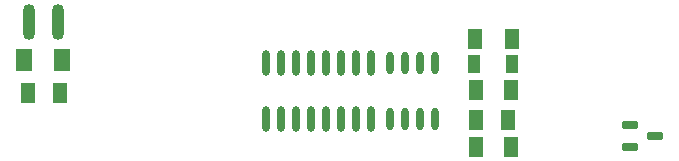
<source format=gtp>
G04*
G04 #@! TF.GenerationSoftware,Altium Limited,Altium Designer,20.1.14 (287)*
G04*
G04 Layer_Color=8421504*
%FSLAX25Y25*%
%MOIN*%
G70*
G04*
G04 #@! TF.SameCoordinates,41C541CE-8B16-402B-B8EC-46EACFEFE534*
G04*
G04*
G04 #@! TF.FilePolarity,Positive*
G04*
G01*
G75*
%ADD16O,0.04000X0.12000*%
%ADD17O,0.02362X0.08661*%
G04:AMPARAMS|DCode=18|XSize=51.18mil|YSize=23.62mil|CornerRadius=2.01mil|HoleSize=0mil|Usage=FLASHONLY|Rotation=0.000|XOffset=0mil|YOffset=0mil|HoleType=Round|Shape=RoundedRectangle|*
%AMROUNDEDRECTD18*
21,1,0.05118,0.01961,0,0,0.0*
21,1,0.04717,0.02362,0,0,0.0*
1,1,0.00402,0.02358,-0.00980*
1,1,0.00402,-0.02358,-0.00980*
1,1,0.00402,-0.02358,0.00980*
1,1,0.00402,0.02358,0.00980*
%
%ADD18ROUNDEDRECTD18*%
%ADD19O,0.02362X0.07480*%
%ADD20R,0.05140X0.06922*%
%ADD21R,0.05118X0.07087*%
%ADD22R,0.03937X0.05906*%
%ADD23R,0.05315X0.07480*%
D16*
X247750Y287000D02*
D03*
X238000D02*
D03*
D17*
X317000Y254551D02*
D03*
X322000D02*
D03*
X327000D02*
D03*
X332000D02*
D03*
X337000D02*
D03*
X342000D02*
D03*
X347000D02*
D03*
X352000D02*
D03*
X317000Y273449D02*
D03*
X322000D02*
D03*
X327000D02*
D03*
X332000D02*
D03*
X337000D02*
D03*
X342000D02*
D03*
X347000D02*
D03*
X352000D02*
D03*
D18*
X446634Y249000D02*
D03*
X438366Y245260D02*
D03*
Y252740D02*
D03*
D19*
X373500Y273252D02*
D03*
X368500D02*
D03*
X363500D02*
D03*
X358500D02*
D03*
X373500Y254748D02*
D03*
X368500D02*
D03*
X363500D02*
D03*
X358500D02*
D03*
D20*
X387081Y254500D02*
D03*
X397919D02*
D03*
X237663Y263500D02*
D03*
X248500D02*
D03*
D21*
X387000Y245500D02*
D03*
X398811D02*
D03*
Y264500D02*
D03*
X387000D02*
D03*
X386898Y281500D02*
D03*
X399102D02*
D03*
D22*
X399098Y273000D02*
D03*
X386500D02*
D03*
D23*
X249098Y274500D02*
D03*
X236500D02*
D03*
M02*

</source>
